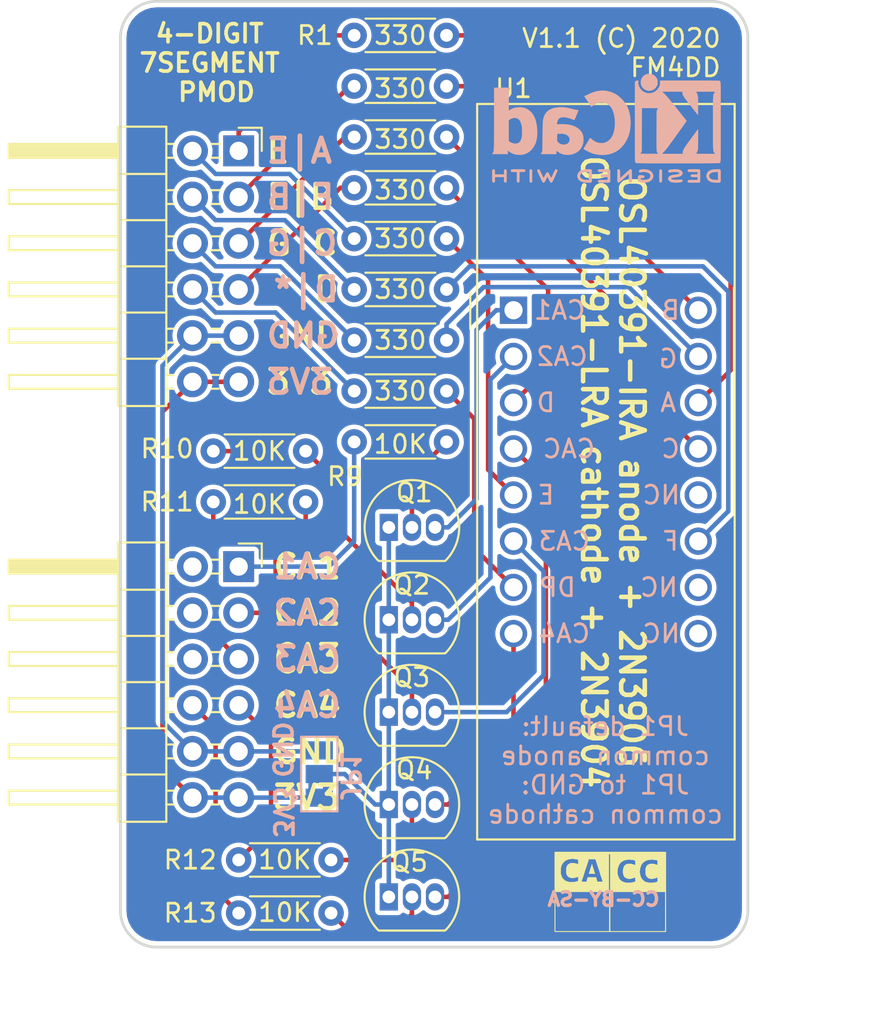
<source format=kicad_pcb>
(kicad_pcb (version 20171130) (host pcbnew "(5.1.4)-1")
  (title_block (title "iCEBreaker PMOD - Hyperram") (rev V1.0b) (company 1BitSquared) (comment 1 "2018 (C) 1BitSquared <info@1bitsquared.com>") (comment 2 "2018 (C) Piotr Esden-Tempski <piotr@esden.net>") (comment 3 "License: CC-BY-SA 4.0"))
  (layers (0 F.Cu signal) (31 B.Cu signal) (34 B.Paste user) (35 F.Paste user) (36 B.SilkS user) (37 F.SilkS user) (38 B.Mask user) (39 F.Mask user) (44 Edge.Cuts user))
  (net 0 "")
  (net 1 GND)
  (net 2 +3V3)
  (net 3 "Net-(U1-Pad9)")
  (net 4 "Net-(U1-Pad10)")
  (net 5 "Net-(U1-Pad12)")
  (net 6 /DS)
  (net 7 /DPS)
  (net 8 /CS)
  (net 9 /GS)
  (net 10 /BS)
  (net 11 /FS)
  (net 12 /AS)
  (net 13 /ES)
  (net 14 "Net-(J2-Pad7)")
  (net 15 /CAS1)
  (net 16 "Net-(J2-Pad8)")
  (net 17 /CAS2)
  (net 18 "Net-(J2-Pad9)")
  (net 19 /CAS3)
  (net 20 /CAS4)
  (net 21 /CAP1)
  (net 22 /CAP2)
  (net 23 /CAP3)
  (net 24 /CAP4)
  (net 25 "Net-(Q5-Pad2)")
  (net 26 /CAP5)
  (net 27 /A)
  (net 28 /B)
  (net 29 /C)
  (net 30 /D)
  (net 31 /E)
  (net 32 /F)
  (net 33 /G)
  (net 34 /DP)
  (net 35 /CAS5)
  (net 36 "Net-(Q1-Pad2)")
  (net 37 "Net-(Q2-Pad2)")
  (net 38 "Net-(Q3-Pad2)")
  (net 39 "Net-(Q4-Pad2)")
  (net 40 "Net-(JP1-Pad2)")
  (module 01_FM4DD:7seg-type-display (layer F.Cu) (at 61.3736 64.7645)
    (fp_text reference 7seg-type-display hide)
    (fp_text value "" (at 0 0) (layer F.SilkS) (effects (font (size 1.27 1.27))))
  )
  (module Jumper:SolderJumper-3_P1.3mm_Bridged2Bar12_Pad1.0x1.5mm (layer B.Cu) (at 48.4323 60.4846 90)
    (fp_text reference JP1 (at -0.1016 1.7018 270 unlocked) (layer B.SilkS) (effects (font (thickness 0.2)) (justify mirror)))
    (fp_text value "common cathode selector")
    (fp_poly (pts (xy -0.9 -0.2) (xy -0.4 -0.2) (xy -0.4 -0.6) (xy -0.9 -0.6)) (layer B.Cu) (width 0))
    (fp_poly (pts (xy -0.9 0.6) (xy -0.4 0.6) (xy -0.4 0.2) (xy -0.9 0.2)) (layer B.Cu) (width 0))
    (pad 2 smd rect (at 0 0 90) (size 1 1.5) (layers B.Cu B.Mask) (net 40 "Net-(JP1-Pad2)"))
    (pad 3 smd rect (at 1.3 0 90) (size 1 1.5) (layers B.Cu B.Mask) (net 1 GND))
    (pad 1 smd rect (at -1.3 0 90) (size 1 1.5) (layers B.Cu B.Mask) (net 2 +3V3))
  )
  (module Symbol:KiCad-Logo2_5mm_SilkScreen (layer B.Cu) (at 64.2311 24.9627 180)
    (fp_text reference REF** hide)
    (fp_text value KiCad-Logo2_5mm_SilkScreen hide)
  )
  (module 01_FM4DD:PMODHeader_2x06_P2.54mm_Horizontal (layer F.Cu) (at 44 38.92 180)
    (fp_text reference J1)
    (fp_text value PMOD)
    (pad 6 thru_hole circle (at 0 0 180) (size 1.7 1.7) (drill 1) (layers *.Cu *.Mask) (net 2 +3V3))
    (pad 12 thru_hole oval (at 2.54 0 180) (size 1.7 1.7) (drill 1) (layers *.Cu *.Mask) (net 2 +3V3))
    (pad 5 thru_hole oval (at 0 2.54 180) (size 1.7 1.7) (drill 1) (layers *.Cu *.Mask) (net 1 GND))
    (pad 11 thru_hole oval (at 2.54 2.54 180) (size 1.7 1.7) (drill 1) (layers *.Cu *.Mask) (net 1 GND))
    (pad 4 thru_hole oval (at 0 5.08 180) (size 1.7 1.7) (drill 1) (layers *.Cu *.Mask) (net 6 /DS))
    (pad 10 thru_hole oval (at 2.54 5.08 180) (size 1.7 1.7) (drill 1) (layers *.Cu *.Mask) (net 7 /DPS))
    (pad 3 thru_hole oval (at 0 7.62 180) (size 1.7 1.7) (drill 1) (layers *.Cu *.Mask) (net 8 /CS))
    (pad 9 thru_hole oval (at 2.54 7.62 180) (size 1.7 1.7) (drill 1) (layers *.Cu *.Mask) (net 9 /GS))
    (pad 2 thru_hole oval (at 0 10.16 180) (size 1.7 1.7) (drill 1) (layers *.Cu *.Mask) (net 10 /BS))
    (pad 8 thru_hole oval (at 2.54 10.16 180) (size 1.7 1.7) (drill 1) (layers *.Cu *.Mask) (net 11 /FS))
    (pad 1 thru_hole rect (at 0 12.7 180) (size 1.7 1.7) (drill 1) (layers *.Cu *.Mask) (net 12 /AS))
    (pad 7 thru_hole circle (at 2.54 12.7 180) (size 1.7 1.7) (drill 1) (layers *.Cu *.Mask) (net 13 /ES))
  )
  (module 01_FM4DD:PMODHeader_2x06_P2.54mm_Horizontal (layer F.Cu) (at 44 61.78 180)
    (fp_text reference J2)
    (fp_text value PMOD)
    (pad 7 thru_hole circle (at 2.54 12.7 180) (size 1.7 1.7) (drill 1) (layers *.Cu *.Mask) (net 14 "Net-(J2-Pad7)"))
    (pad 1 thru_hole rect (at 0 12.7 180) (size 1.7 1.7) (drill 1) (layers *.Cu *.Mask) (net 15 /CAS1))
    (pad 8 thru_hole oval (at 2.54 10.16 180) (size 1.7 1.7) (drill 1) (layers *.Cu *.Mask) (net 16 "Net-(J2-Pad8)"))
    (pad 2 thru_hole oval (at 0 10.16 180) (size 1.7 1.7) (drill 1) (layers *.Cu *.Mask) (net 17 /CAS2))
    (pad 9 thru_hole oval (at 2.54 7.62 180) (size 1.7 1.7) (drill 1) (layers *.Cu *.Mask) (net 18 "Net-(J2-Pad9)"))
    (pad 3 thru_hole oval (at 0 7.62 180) (size 1.7 1.7) (drill 1) (layers *.Cu *.Mask) (net 19 /CAS3))
    (pad 10 thru_hole oval (at 2.54 5.08 180) (size 1.7 1.7) (drill 1) (layers *.Cu *.Mask) (net 35 /CAS5))
    (pad 4 thru_hole oval (at 0 5.08 180) (size 1.7 1.7) (drill 1) (layers *.Cu *.Mask) (net 20 /CAS4))
    (pad 11 thru_hole oval (at 2.54 2.54 180) (size 1.7 1.7) (drill 1) (layers *.Cu *.Mask) (net 1 GND))
    (pad 5 thru_hole oval (at 0 2.54 180) (size 1.7 1.7) (drill 1) (layers *.Cu *.Mask) (net 1 GND))
    (pad 12 thru_hole oval (at 2.54 0 180) (size 1.7 1.7) (drill 1) (layers *.Cu *.Mask) (net 2 +3V3))
    (pad 6 thru_hole circle (at 0 0 180) (size 1.7 1.7) (drill 1) (layers *.Cu *.Mask) (net 2 +3V3))
  )
  (module Package_TO_SOT_THT:TO-92_Inline (layer F.Cu) (at 52.255 46.921)
    (fp_text reference Q1 (at 1.397 -1.905) (layer F.SilkS))
    (fp_text value 2N3906)
    (pad 1 thru_hole rect (at 0 0) (size 1 1.5) (drill 0.7) (layers *.Cu *.Mask) (net 40 "Net-(JP1-Pad2)"))
    (pad 3 thru_hole oval (at 2.54 0) (size 1 1.5) (drill 0.7) (layers *.Cu *.Mask) (net 21 /CAP1))
    (pad 2 thru_hole oval (at 1.27 0) (size 1 1.5) (drill 0.7) (layers *.Cu *.Mask) (net 36 "Net-(Q1-Pad2)"))
  )
  (module Package_TO_SOT_THT:TO-92_Inline (layer F.Cu) (at 52.255 52.001)
    (fp_text reference Q2 (at 1.27 -1.905) (layer F.SilkS))
    (fp_text value 2N3906)
    (pad 2 thru_hole oval (at 1.27 0) (size 1 1.5) (drill 0.7) (layers *.Cu *.Mask) (net 37 "Net-(Q2-Pad2)"))
    (pad 3 thru_hole oval (at 2.54 0) (size 1 1.5) (drill 0.7) (layers *.Cu *.Mask) (net 22 /CAP2))
    (pad 1 thru_hole rect (at 0 0) (size 1 1.5) (drill 0.7) (layers *.Cu *.Mask) (net 40 "Net-(JP1-Pad2)"))
  )
  (module Package_TO_SOT_THT:TO-92_Inline (layer F.Cu) (at 52.255 57.081)
    (fp_text reference Q3 (at 1.27 -1.905) (layer F.SilkS))
    (fp_text value 2N3906)
    (pad 1 thru_hole rect (at 0 0) (size 1 1.5) (drill 0.7) (layers *.Cu *.Mask) (net 40 "Net-(JP1-Pad2)"))
    (pad 3 thru_hole oval (at 2.54 0) (size 1 1.5) (drill 0.7) (layers *.Cu *.Mask) (net 23 /CAP3))
    (pad 2 thru_hole oval (at 1.27 0) (size 1 1.5) (drill 0.7) (layers *.Cu *.Mask) (net 38 "Net-(Q3-Pad2)"))
  )
  (module Package_TO_SOT_THT:TO-92_Inline (layer F.Cu) (at 52.255 62.161)
    (fp_text reference Q4 (at 1.397 -1.905 180) (layer F.SilkS))
    (fp_text value 2N3906)
    (pad 2 thru_hole oval (at 1.27 0) (size 1 1.5) (drill 0.7) (layers *.Cu *.Mask) (net 39 "Net-(Q4-Pad2)"))
    (pad 3 thru_hole oval (at 2.54 0) (size 1 1.5) (drill 0.7) (layers *.Cu *.Mask) (net 24 /CAP4))
    (pad 1 thru_hole rect (at 0 0) (size 1 1.5) (drill 0.7) (layers *.Cu *.Mask) (net 40 "Net-(JP1-Pad2)"))
  )
  (module Package_TO_SOT_THT:TO-92_Inline (layer F.Cu) (at 52.255 67.241)
    (fp_text reference Q5 (at 1.143 -1.905 180) (layer F.SilkS))
    (fp_text value 2N3906)
    (pad 2 thru_hole oval (at 1.27 0) (size 1 1.5) (drill 0.7) (layers *.Cu *.Mask) (net 25 "Net-(Q5-Pad2)"))
    (pad 3 thru_hole oval (at 2.54 0) (size 1 1.5) (drill 0.7) (layers *.Cu *.Mask) (net 26 /CAP5))
    (pad 1 thru_hole rect (at 0 0) (size 1 1.5) (drill 0.7) (layers *.Cu *.Mask) (net 40 "Net-(JP1-Pad2)"))
  )
  (module Resistor_THT:R_Axial_DIN0204_L3.6mm_D1.6mm_P5.08mm_Horizontal (layer F.Cu) (at 50.35 19.87)
    (fp_text reference R1 (at -2.159 0) (layer F.SilkS))
    (fp_text value 330 (at 2.54 0) (layer F.SilkS))
    (pad 1 thru_hole circle (at 0 0) (size 1.4 1.4) (drill 0.7) (layers *.Cu *.Mask) (net 12 /AS))
    (pad 2 thru_hole oval (at 5.08 0) (size 1.4 1.4) (drill 0.7) (layers *.Cu *.Mask) (net 27 /A))
  )
  (module Resistor_THT:R_Axial_DIN0204_L3.6mm_D1.6mm_P5.08mm_Horizontal (layer F.Cu) (at 50.35 22.664)
    (fp_text reference R2)
    (fp_text value 330 (at 2.54 0.127) (layer F.SilkS))
    (pad 2 thru_hole oval (at 5.08 0) (size 1.4 1.4) (drill 0.7) (layers *.Cu *.Mask) (net 28 /B))
    (pad 1 thru_hole circle (at 0 0) (size 1.4 1.4) (drill 0.7) (layers *.Cu *.Mask) (net 10 /BS))
  )
  (module Resistor_THT:R_Axial_DIN0204_L3.6mm_D1.6mm_P5.08mm_Horizontal (layer F.Cu) (at 50.35 25.458)
    (fp_text reference R3)
    (fp_text value 330 (at 2.54 0.127) (layer F.SilkS))
    (pad 1 thru_hole circle (at 0 0) (size 1.4 1.4) (drill 0.7) (layers *.Cu *.Mask) (net 8 /CS))
    (pad 2 thru_hole oval (at 5.08 0) (size 1.4 1.4) (drill 0.7) (layers *.Cu *.Mask) (net 29 /C))
  )
  (module Resistor_THT:R_Axial_DIN0204_L3.6mm_D1.6mm_P5.08mm_Horizontal (layer F.Cu) (at 50.35 28.252)
    (fp_text reference R4)
    (fp_text value 330 (at 2.54 0.127) (layer F.SilkS))
    (pad 2 thru_hole oval (at 5.08 0) (size 1.4 1.4) (drill 0.7) (layers *.Cu *.Mask) (net 30 /D))
    (pad 1 thru_hole circle (at 0 0) (size 1.4 1.4) (drill 0.7) (layers *.Cu *.Mask) (net 6 /DS))
  )
  (module Resistor_THT:R_Axial_DIN0204_L3.6mm_D1.6mm_P5.08mm_Horizontal (layer F.Cu) (at 50.35 31.046)
    (fp_text reference R5)
    (fp_text value 330 (at 2.54 0) (layer F.SilkS))
    (pad 1 thru_hole circle (at 0 0) (size 1.4 1.4) (drill 0.7) (layers *.Cu *.Mask) (net 13 /ES))
    (pad 2 thru_hole oval (at 5.08 0) (size 1.4 1.4) (drill 0.7) (layers *.Cu *.Mask) (net 31 /E))
  )
  (module Resistor_THT:R_Axial_DIN0204_L3.6mm_D1.6mm_P5.08mm_Horizontal (layer F.Cu) (at 50.35 33.84)
    (fp_text reference R6)
    (fp_text value 330 (at 2.54 0) (layer F.SilkS))
    (pad 2 thru_hole oval (at 5.08 0) (size 1.4 1.4) (drill 0.7) (layers *.Cu *.Mask) (net 32 /F))
    (pad 1 thru_hole circle (at 0 0) (size 1.4 1.4) (drill 0.7) (layers *.Cu *.Mask) (net 11 /FS))
  )
  (module Resistor_THT:R_Axial_DIN0204_L3.6mm_D1.6mm_P5.08mm_Horizontal (layer F.Cu) (at 50.35 36.634)
    (fp_text reference R7)
    (fp_text value 330 (at 2.54 0) (layer F.SilkS))
    (pad 1 thru_hole circle (at 0 0) (size 1.4 1.4) (drill 0.7) (layers *.Cu *.Mask) (net 9 /GS))
    (pad 2 thru_hole oval (at 5.08 0) (size 1.4 1.4) (drill 0.7) (layers *.Cu *.Mask) (net 33 /G))
  )
  (module Resistor_THT:R_Axial_DIN0204_L3.6mm_D1.6mm_P5.08mm_Horizontal (layer F.Cu) (at 50.35 39.428)
    (fp_text reference R8)
    (fp_text value 330 (at 2.54 0) (layer F.SilkS))
    (pad 2 thru_hole oval (at 5.08 0) (size 1.4 1.4) (drill 0.7) (layers *.Cu *.Mask) (net 34 /DP))
    (pad 1 thru_hole circle (at 0 0) (size 1.4 1.4) (drill 0.7) (layers *.Cu *.Mask) (net 7 /DPS))
  )
  (module Resistor_THT:R_Axial_DIN0204_L3.6mm_D1.6mm_P5.08mm_Horizontal (layer F.Cu) (at 50.35 42.222)
    (fp_text reference R9 (at -0.508 1.905) (layer F.SilkS))
    (fp_text value 10K (at 2.54 0.127) (layer F.SilkS))
    (pad 1 thru_hole circle (at 0 0) (size 1.4 1.4) (drill 0.7) (layers *.Cu *.Mask) (net 15 /CAS1))
    (pad 2 thru_hole oval (at 5.08 0) (size 1.4 1.4) (drill 0.7) (layers *.Cu *.Mask) (net 36 "Net-(Q1-Pad2)"))
  )
  (module Resistor_THT:R_Axial_DIN0204_L3.6mm_D1.6mm_P5.08mm_Horizontal (layer F.Cu) (at 42.603 42.73)
    (fp_text reference R10 (at -2.54 -0.127) (layer F.SilkS))
    (fp_text value 10K (at 2.54 0) (layer F.SilkS))
    (pad 1 thru_hole circle (at 0 0) (size 1.4 1.4) (drill 0.7) (layers *.Cu *.Mask) (net 17 /CAS2))
    (pad 2 thru_hole oval (at 5.08 0) (size 1.4 1.4) (drill 0.7) (layers *.Cu *.Mask) (net 37 "Net-(Q2-Pad2)"))
  )
  (module Resistor_THT:R_Axial_DIN0204_L3.6mm_D1.6mm_P5.08mm_Horizontal (layer F.Cu) (at 42.603 45.524)
    (fp_text reference R11 (at -2.54 0) (layer F.SilkS))
    (fp_text value 10K (at 2.54 0.127) (layer F.SilkS))
    (pad 2 thru_hole oval (at 5.08 0) (size 1.4 1.4) (drill 0.7) (layers *.Cu *.Mask) (net 38 "Net-(Q3-Pad2)"))
    (pad 1 thru_hole circle (at 0 0) (size 1.4 1.4) (drill 0.7) (layers *.Cu *.Mask) (net 19 /CAS3))
  )
  (module Resistor_THT:R_Axial_DIN0204_L3.6mm_D1.6mm_P5.08mm_Horizontal (layer F.Cu) (at 44 65.209)
    (fp_text reference R12 (at -2.667 0) (layer F.SilkS))
    (fp_text value 10K (at 2.54 -0.009001) (layer F.SilkS))
    (pad 1 thru_hole circle (at 0 0) (size 1.4 1.4) (drill 0.7) (layers *.Cu *.Mask) (net 20 /CAS4))
    (pad 2 thru_hole oval (at 5.08 0) (size 1.4 1.4) (drill 0.7) (layers *.Cu *.Mask) (net 39 "Net-(Q4-Pad2)"))
  )
  (module Resistor_THT:R_Axial_DIN0204_L3.6mm_D1.6mm_P5.08mm_Horizontal (layer F.Cu) (at 44 68.13)
    (fp_text reference R13 (at -2.667 0) (layer F.SilkS))
    (fp_text value 10K (at 2.54 -0.034001) (layer F.SilkS))
    (pad 2 thru_hole oval (at 5.08 0) (size 1.4 1.4) (drill 0.7) (layers *.Cu *.Mask) (net 25 "Net-(Q5-Pad2)"))
    (pad 1 thru_hole circle (at 0 0) (size 1.4 1.4) (drill 0.7) (layers *.Cu *.Mask) (net 35 /CAS5))
  )
  (module 01_FM4DD:7SEG-OSL40391 (layer F.Cu) (at 59.113 37.523)
    (fp_text reference U1 (at 0 -14.732) (layer F.SilkS))
    (fp_text value 7SEG_OSL40391)
    (fp_text user CA1 (at 2.54 -2.54) (layer B.SilkS) (effects (justify mirror)))
    (fp_text user CA2 (at 2.667 0) (layer B.SilkS) (effects (justify mirror)))
    (fp_text user D (at 1.778 2.54) (layer B.SilkS) (effects (justify mirror)))
    (fp_text user CAC (at 3.048 5.08) (layer B.SilkS) (effects (justify mirror)))
    (fp_text user E (at 1.778 7.62) (layer B.SilkS) (effects (justify mirror)))
    (fp_text user CA3 (at 2.794 10.16) (layer B.SilkS) (effects (justify mirror)))
    (fp_text user DP (at 2.413 12.7) (layer B.SilkS) (effects (justify mirror)))
    (fp_text user CA4 (at 2.794 15.24) (layer B.SilkS) (effects (justify mirror)))
    (fp_text user NC (at 8.128 15.24) (layer B.SilkS) (effects (justify mirror)))
    (fp_text user NC (at 8.001 12.7) (layer B.SilkS) (effects (justify mirror)))
    (fp_text user NC (at 8.128 7.62) (layer B.SilkS) (effects (justify mirror)))
    (fp_text user F (at 8.636 10.16) (layer B.SilkS) (effects (justify mirror)))
    (fp_text user C (at 8.636 5.08) (layer B.SilkS) (effects (justify mirror)))
    (fp_text user A (at 8.509 2.54) (layer B.SilkS) (effects (justify mirror)))
    (fp_text user G (at 8.509 0.127) (layer B.SilkS) (effects (justify mirror)))
    (fp_text user B (at 8.636 -2.54) (layer B.SilkS) (effects (justify mirror)))
    (pad 1 thru_hole rect (at 0 -2.54) (size 1.5 1.5) (drill 1) (layers *.Cu *.Mask) (net 21 /CAP1))
    (pad 2 thru_hole circle (at 0 0) (size 1.5 1.5) (drill 1) (layers *.Cu *.Mask) (net 22 /CAP2))
    (pad 3 thru_hole circle (at 0 2.54) (size 1.5 1.5) (drill 1) (layers *.Cu *.Mask) (net 30 /D))
    (pad 4 thru_hole circle (at 0 5.08) (size 1.5 1.5) (drill 1) (layers *.Cu *.Mask) (net 26 /CAP5))
    (pad 5 thru_hole circle (at 0 7.62) (size 1.5 1.5) (drill 1) (layers *.Cu *.Mask) (net 31 /E))
    (pad 6 thru_hole circle (at 0 10.16) (size 1.5 1.5) (drill 1) (layers *.Cu *.Mask) (net 23 /CAP3))
    (pad 7 thru_hole circle (at 0 12.7) (size 1.5 1.5) (drill 1) (layers *.Cu *.Mask) (net 34 /DP))
    (pad 8 thru_hole circle (at 0 15.24) (size 1.5 1.5) (drill 1) (layers *.Cu *.Mask) (net 24 /CAP4))
    (pad 9 thru_hole circle (at 10.16 15.24) (size 1.5 1.5) (drill 1) (layers *.Cu *.Mask) (net 3 "Net-(U1-Pad9)"))
    (pad 10 thru_hole circle (at 10.16 12.7) (size 1.5 1.5) (drill 1) (layers *.Cu *.Mask) (net 4 "Net-(U1-Pad10)"))
    (pad 11 thru_hole circle (at 10.16 10.16) (size 1.5 1.5) (drill 1) (layers *.Cu *.Mask) (net 32 /F))
    (pad 12 thru_hole circle (at 10.16 7.62) (size 1.5 1.5) (drill 1) (layers *.Cu *.Mask) (net 5 "Net-(U1-Pad12)"))
    (pad 12 thru_hole circle (at 10.16 7.62) (size 1.5 1.5) (drill 1) (layers *.Cu *.Mask) (net 5 "Net-(U1-Pad12)"))
    (pad 13 thru_hole circle (at 10.16 5.08) (size 1.5 1.5) (drill 1) (layers *.Cu *.Mask) (net 29 /C))
    (pad 14 thru_hole circle (at 10.16 2.54) (size 1.5 1.5) (drill 1) (layers *.Cu *.Mask) (net 27 /A))
    (pad 15 thru_hole circle (at 10.16 0) (size 1.5 1.5) (drill 1) (layers *.Cu *.Mask) (net 33 /G))
    (pad 16 thru_hole circle (at 10.16 -2.54) (size 1.5 1.5) (drill 1) (layers *.Cu *.Mask) (net 28 /B))
  )
  (gr_text "JP1 default:\ncommon anode\nJP1 to GND:\ncommon cathode" (at 64.1549 60.2814) (layer B.SilkS) (effects (font (size 1 1)) (justify mirror)))
  (gr_text "OSL40391-IRA anode + 2N3906\nOSL40391-LRA cathode + 2N3904" (at 64.574 43.873 270) (layer F.SilkS) (effects (font (size 1.3 1.3) (thickness 0.25))))
  (gr_text CA2 (at 45.778 51.62) (layer B.SilkS) (effects (font (size 1.3 1.3) (thickness 0.25)) (justify right mirror)))
  (gr_text CA2 (at 45.778 51.62) (layer F.SilkS) (effects (font (size 1.3 1.3) (thickness 0.25)) (justify left)))
  (gr_text CA4 (at 45.778 56.700001) (layer F.SilkS) (effects (font (size 1.3 1.3) (thickness 0.25)) (justify left)))
  (gr_text CA3 (at 45.778 54.16) (layer B.SilkS) (effects (font (size 1.3 1.3) (thickness 0.25)) (justify right mirror)))
  (gr_text CA3 (at 45.778 54.159999) (layer F.SilkS) (effects (font (size 1.5 1.3) (thickness 0.25)) (justify left)))
  (gr_text CA1 (at 45.778 49.08) (layer B.SilkS) (effects (font (size 1.3 1.3) (thickness 0.25)) (justify right mirror)))
  (gr_text CA4 (at 45.778 56.71) (layer B.SilkS) (effects (font (size 1.3 1.3) (thickness 0.25)) (justify right mirror)))
  (gr_text CA1 (at 45.778 49.08) (layer F.SilkS) (effects (font (size 1.3 1.3) (thickness 0.25)) (justify left)))
  (gr_text 3V3 (at 45.778 61.78) (layer F.SilkS) (effects (font (size 1.3 1.3) (thickness 0.25)) (justify left)))
  (gr_text GND (at 46.3876 57.4874 270) (layer B.SilkS) (effects (font (size 1 1) (thickness 0.2)) (justify right mirror)))
  (gr_text GND (at 45.778 59.24) (layer F.SilkS) (effects (font (size 1.3 1.3) (thickness 0.25)) (justify left)))
  (gr_text 3V3 (at 46.4384 61.0561 270) (layer B.SilkS) (effects (font (size 1 1) (thickness 0.2)) (justify right mirror)))
  (gr_text F|B (at 45.405 28.76) (layer B.SilkS) (effects (font (size 1.3 1.3) (thickness 0.25)) (justify right mirror)))
  (gr_text 3V3 (at 45.405 38.92) (layer F.SilkS) (effects (font (size 1.3 1.3) (thickness 0.25)) (justify left)))
  (gr_text 3V3 (at 45.405 38.92) (layer B.SilkS) (effects (font (size 1.3 1.3) (thickness 0.25)) (justify right mirror)))
  (gr_text C|G (at 45.405 31.299999) (layer B.SilkS) (effects (font (size 1.3 1.3) (thickness 0.25)) (justify right mirror)))
  (gr_text D|* (at 45.778 33.84) (layer B.SilkS) (effects (font (size 1.3 1.3) (thickness 0.25)) (justify right mirror)))
  (gr_text A|E (at 45.405 26.22) (layer B.SilkS) (effects (font (size 1.3 1.3) (thickness 0.25)) (justify right mirror)))
  (gr_text GND (at 45.405 36.38) (layer B.SilkS) (effects (font (size 1.3 1.3) (thickness 0.25)) (justify right mirror)))
  (gr_text GND (at 45.405 36.38) (layer F.SilkS) (effects (font (size 1.3 1.3) (thickness 0.25)) (justify left)))
  (gr_text E|A (at 45.405 26.22) (layer F.SilkS) (effects (font (size 1.3 1.3) (thickness 0.25)) (justify left)))
  (gr_text *|D (at 45.778 33.84) (layer F.SilkS) (effects (font (size 1.3 1.3) (thickness 0.25)) (justify left)))
  (gr_text F|B (at 45.405 28.76) (layer F.SilkS) (effects (font (size 1.3 1.3) (thickness 0.25)) (justify left)))
  (gr_text G|C (at 45.405 31.299999) (layer F.SilkS) (effects (font (size 1.3 1.3) (thickness 0.25)) (justify left)))
  (gr_text CC-BY-SA (at 64.066 67.368) (layer B.SilkS) (effects (font (size 0.75 0.75) (thickness 0.1875)) (justify mirror)))
  (gr_text "V1.1 (C) 2020\nFM4DD" (at 70.5938 20.8352) (layer F.SilkS) (effects (font (size 1 1)) (justify right)))
  (gr_text "4-DIGIT \n7SEGMENT \nPMOD" (at 42.7808 21.3813) (layer F.SilkS) (effects (font (size 1 1) (thickness 0.2))))
  (gr_arc (start 70 20) (end 72 20) (angle -90) (layer Edge.Cuts) (width 0.15))
  (gr_arc (start 39.5 20) (end 39.5 18) (angle -90) (layer Edge.Cuts) (width 0.15))
  (gr_arc (start 39.5 68) (end 37.5 68) (angle -90) (layer Edge.Cuts) (width 0.15))
  (gr_arc (start 70 68) (end 70 70) (angle -90) (layer Edge.Cuts) (width 0.15))
  (gr_line (start 72 20) (end 72 68) (layer Edge.Cuts) (width 0.15))
  (gr_line (start 39.5 18) (end 70 18) (layer Edge.Cuts) (width 0.15))
  (gr_line (start 37.5 68) (end 37.5 20) (layer Edge.Cuts) (width 0.15))
  (gr_line (start 70 70) (end 39.5 70) (layer Edge.Cuts) (width 0.15))
  (segment (start 42.797919 59.24) (end 41.46 59.24) (width 0.25) (layer B.Cu) (net 1))
  (segment (start 44 59.24) (end 42.797919 59.24) (width 0.25) (layer B.Cu) (net 1))
  (segment (start 44 36.38) (end 41.46 36.38) (width 0.25) (layer B.Cu) (net 1))
  (segment (start 41.46 36.38) (end 39.809 38.031) (width 0.25) (layer B.Cu) (net 1))
  (segment (start 39.809 57.589) (end 41.46 59.24) (width 0.25) (layer B.Cu) (net 1))
  (segment (start 39.809 38.031) (end 39.809 57.589) (width 0.25) (layer B.Cu) (net 1))
  (segment (start 48.3769 59.24) (end 48.4323 59.1846) (width 0.25) (layer B.Cu) (net 1))
  (segment (start 44 59.24) (end 48.3769 59.24) (width 0.25) (layer B.Cu) (net 1))
  (segment (start 42.797919 61.78) (end 41.46 61.78) (width 0.25) (layer B.Cu) (net 2))
  (segment (start 44 61.78) (end 42.797919 61.78) (width 0.25) (layer B.Cu) (net 2))
  (segment (start 44 38.92) (end 41.46 38.92) (width 0.25) (layer F.Cu) (net 2))
  (segment (start 41.46 38.92) (end 39.809 40.571) (width 0.25) (layer F.Cu) (net 2))
  (segment (start 39.809 60.129) (end 41.46 61.78) (width 0.25) (layer F.Cu) (net 2))
  (segment (start 39.809 40.571) (end 39.809 60.129) (width 0.25) (layer F.Cu) (net 2))
  (segment (start 48.4277 61.78) (end 48.4323 61.7846) (width 0.25) (layer B.Cu) (net 2))
  (segment (start 44 61.78) (end 48.4277 61.78) (width 0.25) (layer B.Cu) (net 2))
  (segment (start 49.588 28.252) (end 50.35 28.252) (width 0.25) (layer F.Cu) (net 6))
  (segment (start 44 33.84) (end 49.588 28.252) (width 0.25) (layer F.Cu) (net 6))
  (segment (start 41.46 33.84) (end 42.73 35.11) (width 0.25) (layer B.Cu) (net 7))
  (segment (start 46.032 35.11) (end 50.35 39.428) (width 0.25) (layer B.Cu) (net 7))
  (segment (start 42.73 35.11) (end 46.032 35.11) (width 0.25) (layer B.Cu) (net 7))
  (segment (start 49.842 25.458) (end 50.35 25.458) (width 0.25) (layer F.Cu) (net 8))
  (segment (start 44 31.3) (end 49.842 25.458) (width 0.25) (layer F.Cu) (net 8))
  (segment (start 49.650001 35.934001) (end 50.35 36.634) (width 0.25) (layer B.Cu) (net 9))
  (segment (start 46.286 32.57) (end 49.650001 35.934001) (width 0.25) (layer B.Cu) (net 9))
  (segment (start 41.46 31.3) (end 42.73 32.57) (width 0.25) (layer B.Cu) (net 9))
  (segment (start 42.73 32.57) (end 46.286 32.57) (width 0.25) (layer B.Cu) (net 9))
  (segment (start 50.096 22.664) (end 50.35 22.664) (width 0.25) (layer F.Cu) (net 10))
  (segment (start 44 28.76) (end 50.096 22.664) (width 0.25) (layer F.Cu) (net 10))
  (segment (start 49.650001 33.140001) (end 50.35 33.84) (width 0.25) (layer B.Cu) (net 11))
  (segment (start 41.46 28.76) (end 42.610001 29.910001) (width 0.25) (layer B.Cu) (net 11))
  (segment (start 42.610001 29.910001) (end 42.73 30.03) (width 0.25) (layer B.Cu) (net 11))
  (segment (start 42.73 30.03) (end 45.27 30.03) (width 0.25) (layer B.Cu) (net 11))
  (segment (start 45.27 30.03) (end 46.54 30.03) (width 0.25) (layer B.Cu) (net 11))
  (segment (start 46.54 30.03) (end 49.588 33.078) (width 0.25) (layer B.Cu) (net 11))
  (segment (start 49.360051 19.87) (end 50.35 19.87) (width 0.25) (layer F.Cu) (net 12))
  (segment (start 49.3 19.87) (end 49.360051 19.87) (width 0.25) (layer F.Cu) (net 12))
  (segment (start 44 25.17) (end 49.3 19.87) (width 0.25) (layer F.Cu) (net 12))
  (segment (start 44 26.22) (end 44 25.17) (width 0.25) (layer F.Cu) (net 12))
  (segment (start 49.650001 30.346001) (end 50.35 31.046) (width 0.25) (layer B.Cu) (net 13))
  (segment (start 46.794 27.49) (end 49.650001 30.346001) (width 0.25) (layer B.Cu) (net 13))
  (segment (start 41.46 26.22) (end 42.73 27.49) (width 0.25) (layer B.Cu) (net 13))
  (segment (start 42.73 27.49) (end 46.794 27.49) (width 0.25) (layer B.Cu) (net 13))
  (segment (start 44 49.08) (end 48.953 49.08) (width 0.25) (layer B.Cu) (net 15))
  (segment (start 50.35 47.683) (end 50.35 42.222) (width 0.25) (layer B.Cu) (net 15))
  (segment (start 48.953 49.08) (end 50.35 47.683) (width 0.25) (layer B.Cu) (net 15))
  (segment (start 45.202081 51.62) (end 44 51.62) (width 0.25) (layer F.Cu) (net 17))
  (segment (start 46.032 50.790081) (end 45.202081 51.62) (width 0.25) (layer F.Cu) (net 17))
  (segment (start 46.032 43.873) (end 46.032 50.790081) (width 0.25) (layer F.Cu) (net 17))
  (segment (start 42.603 42.73) (end 44.889 42.73) (width 0.25) (layer F.Cu) (net 17))
  (segment (start 44.889 42.73) (end 46.032 43.873) (width 0.25) (layer F.Cu) (net 17))
  (segment (start 44 54.16) (end 42.73 52.89) (width 0.25) (layer F.Cu) (net 19))
  (segment (start 42.603 46.513949) (end 42.603 45.524) (width 0.25) (layer F.Cu) (net 19))
  (segment (start 42.73 46.640949) (end 42.603 46.513949) (width 0.25) (layer F.Cu) (net 19))
  (segment (start 42.73 52.89) (end 42.73 46.640949) (width 0.25) (layer F.Cu) (net 19))
  (segment (start 44 56.7) (end 45.778 58.478) (width 0.25) (layer F.Cu) (net 20))
  (segment (start 45.778 63.431) (end 44 65.209) (width 0.25) (layer F.Cu) (net 20))
  (segment (start 45.778 58.478) (end 45.778 63.431) (width 0.25) (layer F.Cu) (net 20))
  (segment (start 58.163 34.983) (end 59.113 34.983) (width 0.25) (layer B.Cu) (net 21))
  (segment (start 57.081 36.065) (end 58.163 34.983) (width 0.25) (layer B.Cu) (net 21))
  (segment (start 57.081 45.36) (end 57.081 36.065) (width 0.25) (layer B.Cu) (net 21))
  (segment (start 55.52 46.921) (end 57.081 45.36) (width 0.25) (layer B.Cu) (net 21))
  (segment (start 54.795 46.921) (end 55.52 46.921) (width 0.25) (layer B.Cu) (net 21))
  (segment (start 55.52 52.001) (end 57.843 49.678) (width 0.25) (layer B.Cu) (net 22))
  (segment (start 54.795 52.001) (end 55.52 52.001) (width 0.25) (layer B.Cu) (net 22))
  (segment (start 57.843 38.793) (end 59.113 37.523) (width 0.25) (layer B.Cu) (net 22))
  (segment (start 57.843 49.678) (end 57.843 38.793) (width 0.25) (layer B.Cu) (net 22))
  (segment (start 54.795 57.081) (end 58.732 57.081) (width 0.25) (layer B.Cu) (net 23))
  (segment (start 58.732 57.081) (end 60.764 55.049) (width 0.25) (layer B.Cu) (net 23))
  (segment (start 60.764 49.334) (end 59.113 47.683) (width 0.25) (layer B.Cu) (net 23))
  (segment (start 60.764 55.049) (end 60.764 49.334) (width 0.25) (layer B.Cu) (net 23))
  (segment (start 59.113 53.82366) (end 59.113 52.763) (width 0.25) (layer F.Cu) (net 24))
  (segment (start 59.113 58.568) (end 59.113 53.82366) (width 0.25) (layer F.Cu) (net 24))
  (segment (start 55.52 62.161) (end 59.113 58.568) (width 0.25) (layer F.Cu) (net 24))
  (segment (start 54.795 62.161) (end 55.52 62.161) (width 0.25) (layer F.Cu) (net 24))
  (segment (start 53.525 68.191) (end 53.525 67.241) (width 0.25) (layer F.Cu) (net 25))
  (segment (start 52.886001 68.829999) (end 53.525 68.191) (width 0.25) (layer F.Cu) (net 25))
  (segment (start 49.779999 68.829999) (end 52.886001 68.829999) (width 0.25) (layer F.Cu) (net 25))
  (segment (start 49.08 68.13) (end 49.779999 68.829999) (width 0.25) (layer F.Cu) (net 25))
  (segment (start 55.52 67.241) (end 60.891 61.87) (width 0.25) (layer F.Cu) (net 26))
  (segment (start 54.795 67.241) (end 55.52 67.241) (width 0.25) (layer F.Cu) (net 26))
  (segment (start 60.891 44.381) (end 59.113 42.603) (width 0.25) (layer F.Cu) (net 26))
  (segment (start 60.891 61.87) (end 60.891 44.381) (width 0.25) (layer F.Cu) (net 26))
  (segment (start 55.43 19.87) (end 62.796 19.87) (width 0.25) (layer F.Cu) (net 27))
  (segment (start 62.796 19.87) (end 71.051 28.125) (width 0.25) (layer F.Cu) (net 27))
  (segment (start 71.051 38.285) (end 69.273 40.063) (width 0.25) (layer F.Cu) (net 27))
  (segment (start 71.051 28.125) (end 71.051 38.285) (width 0.25) (layer F.Cu) (net 27))
  (segment (start 56.954 22.664) (end 69.273 34.983) (width 0.25) (layer F.Cu) (net 28))
  (segment (start 55.43 22.664) (end 56.954 22.664) (width 0.25) (layer F.Cu) (net 28))
  (segment (start 67.495 37.523) (end 67.495 40.825) (width 0.25) (layer F.Cu) (net 29))
  (segment (start 55.43 25.458) (end 67.495 37.523) (width 0.25) (layer F.Cu) (net 29))
  (segment (start 67.495 40.825) (end 69.273 42.603) (width 0.25) (layer F.Cu) (net 29))
  (segment (start 55.43 28.252) (end 61.018 33.84) (width 0.25) (layer F.Cu) (net 30))
  (segment (start 61.018 38.158) (end 59.113 40.063) (width 0.25) (layer F.Cu) (net 30))
  (segment (start 61.018 33.84) (end 61.018 38.158) (width 0.25) (layer F.Cu) (net 30))
  (segment (start 56.129999 31.745999) (end 55.43 31.046) (width 0.25) (layer F.Cu) (net 31))
  (segment (start 57.716 33.332) (end 56.129999 31.745999) (width 0.25) (layer F.Cu) (net 31))
  (segment (start 57.716 43.746) (end 57.716 33.332) (width 0.25) (layer F.Cu) (net 31))
  (segment (start 59.113 45.143) (end 57.716 43.746) (width 0.25) (layer F.Cu) (net 31))
  (segment (start 55.43 33.84) (end 56.7 32.57) (width 0.25) (layer B.Cu) (net 32))
  (segment (start 56.7 32.57) (end 69.527 32.57) (width 0.25) (layer B.Cu) (net 32))
  (segment (start 69.527 32.57) (end 70.924 33.967) (width 0.25) (layer B.Cu) (net 32))
  (segment (start 70.924 46.032) (end 69.273 47.683) (width 0.25) (layer B.Cu) (net 32))
  (segment (start 70.924 33.967) (end 70.924 46.032) (width 0.25) (layer B.Cu) (net 32))
  (segment (start 55.43 36.634) (end 55.43 35.745) (width 0.25) (layer B.Cu) (net 33))
  (segment (start 55.43 35.745) (end 57.462 33.713) (width 0.25) (layer B.Cu) (net 33))
  (segment (start 65.463 33.713) (end 69.273 37.523) (width 0.25) (layer B.Cu) (net 33))
  (segment (start 57.462 33.713) (end 65.463 33.713) (width 0.25) (layer B.Cu) (net 33))
  (segment (start 58.363001 49.473001) (end 59.113 50.223) (width 0.25) (layer F.Cu) (net 34))
  (segment (start 56.954 48.064) (end 58.363001 49.473001) (width 0.25) (layer F.Cu) (net 34))
  (segment (start 56.954 40.952) (end 56.954 48.064) (width 0.25) (layer F.Cu) (net 34))
  (segment (start 55.43 39.428) (end 56.954 40.952) (width 0.25) (layer F.Cu) (net 34))
  (segment (start 41.46 56.7) (end 42.73 57.97) (width 0.25) (layer F.Cu) (net 35))
  (segment (start 42.73 66.86) (end 44 68.13) (width 0.25) (layer F.Cu) (net 35))
  (segment (start 42.73 57.97) (end 42.73 66.86) (width 0.25) (layer F.Cu) (net 35))
  (segment (start 53.525 44.127) (end 55.43 42.222) (width 0.25) (layer F.Cu) (net 36))
  (segment (start 53.525 46.921) (end 53.525 44.127) (width 0.25) (layer F.Cu) (net 36))
  (segment (start 47.683 42.73) (end 49.842 44.889) (width 0.25) (layer F.Cu) (net 37))
  (segment (start 53.525 51.051) (end 53.525 52.001) (width 0.25) (layer F.Cu) (net 37))
  (segment (start 49.842 47.368) (end 53.525 51.051) (width 0.25) (layer F.Cu) (net 37))
  (segment (start 49.842 44.889) (end 49.842 47.368) (width 0.25) (layer F.Cu) (net 37))
  (segment (start 47.683 45.524) (end 47.683 49.969) (width 0.25) (layer F.Cu) (net 38))
  (segment (start 53.525 55.811) (end 53.525 57.081) (width 0.25) (layer F.Cu) (net 38))
  (segment (start 47.683 49.969) (end 53.525 55.811) (width 0.25) (layer F.Cu) (net 38))
  (segment (start 49.08 65.209) (end 52.763 65.209) (width 0.25) (layer F.Cu) (net 39))
  (segment (start 53.525 64.447) (end 53.525 62.161) (width 0.25) (layer F.Cu) (net 39))
  (segment (start 52.763 65.209) (end 53.525 64.447) (width 0.25) (layer F.Cu) (net 39))
  (segment (start 51.874 61.78) (end 52.255 61.399) (width 0.25) (layer B.Cu) (net 40))
  (segment (start 52.255 67.241) (end 52.255 46.921) (width 0.25) (layer B.Cu) (net 40))
  (segment (start 49.4323 60.4846) (end 48.4323 60.4846) (width 0.25) (layer B.Cu) (net 40))
  (segment (start 49.8286 60.4846) (end 49.4323 60.4846) (width 0.25) (layer B.Cu) (net 40))
  (segment (start 51.505 62.161) (end 49.8286 60.4846) (width 0.25) (layer B.Cu) (net 40))
  (segment (start 52.255 62.161) (end 51.505 62.161) (width 0.25) (layer B.Cu) (net 40))
  (zone (net 0) (net_name "") (layer B.Cu) (connect_pads (clearance 0.25)) (min_thickness 0.254) (fill yes (arc_segments 32) (thermal_gap 0.508) (thermal_bridge_width 0.508))
    (polygon (pts (xy 37.65 17.965) (xy 37.65 69.781) (xy 71.813 69.781) (xy 71.813 17.965)))
  )
)
</source>
